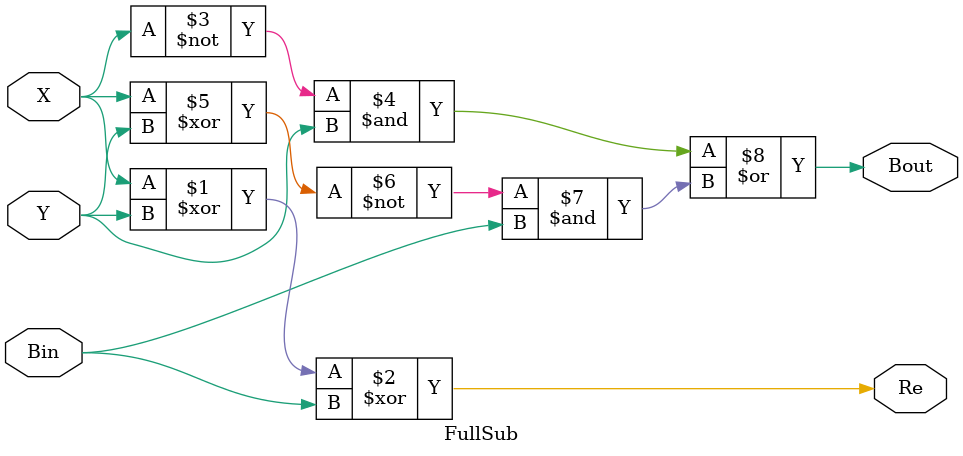
<source format=v>
module FullSub(X, Y, Bin, Bout, Re);
  output Bout, Re;

  input X, Y, Bin;

  assign Re = X ^ Y ^ Bin;
  assign Bout = (~X & Y) | (~(X ^ Y) & Bin);
endmodule

</source>
